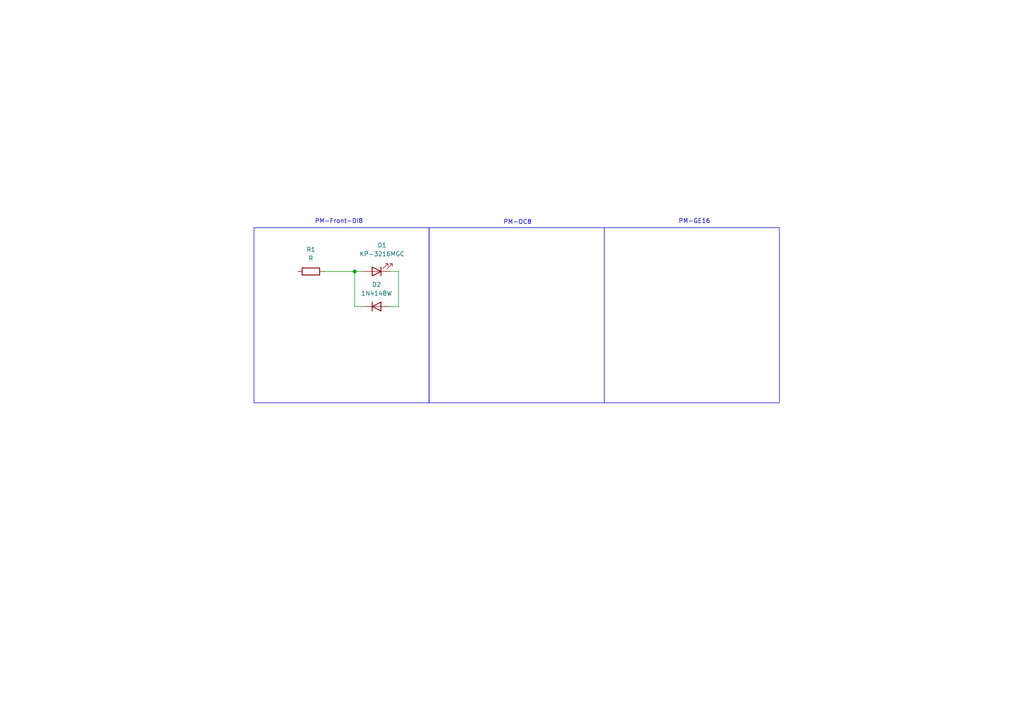
<source format=kicad_sch>
(kicad_sch (version 20231120) (generator "eeschema") (generator_version "8.0")
  (paper "A4")
  (title_block (title "Концепция"))
  (lib_symbols
    (symbol "Device:R" (pin_numbers hide) (pin_names (offset 0))
      (property "Reference" "R" (at 2.032 0 90))
      (property "Value" "R" (at 0 0 90))
      (symbol "R_0_1"
        (rectangle (start -1.016 -2.54) (end 1.016 2.54) (stroke (width 0.254)))
      )
      (symbol "R_1_1"
        (pin passive line (at 0 3.81 270) (length 1.27) (name "~") (number "1"))
        (pin passive line (at 0 -3.81 90) (length 1.27) (name "~") (number "2"))
      )
    )
    (symbol "NextPCB:D_1N4148W" (pin_numbers hide) (pin_names (offset 1.016) hide)
      (property "Reference" "D" (at 0 2.54 0))
      (property "Value" "1N4148W" (at 0 -2.54 0))
      (symbol "D_1N4148W_0_1"
        (polyline (pts (xy -1.27 1.27) (xy -1.27 -1.27)) (stroke (width 0.254)))
        (polyline (pts (xy 1.27 0) (xy -1.27 0)))
        (polyline (pts (xy 1.27 1.27) (xy 1.27 -1.27) (xy -1.27 0) (xy 1.27 1.27)) (stroke (width 0.254)))
      )
      (symbol "D_1N4148W_1_1"
        (pin passive line (at -3.81 0 0) (length 2.54) (name "K") (number "1"))
        (pin passive line (at 3.81 0 180) (length 2.54) (name "A") (number "2"))
      )
    )
    (symbol "NextPCB:LED_KP-3216MGC" (pin_numbers hide) (pin_names (offset 1.016) hide)
      (property "Reference" "D" (at 0 2.54 0))
      (property "Value" "KP-3216MGC" (at 0 -2.54 0))
      (symbol "LED_KP-3216MGC_0_1"
        (polyline (pts (xy -1.27 -1.27) (xy -1.27 1.27)) (stroke (width 0.254)))
        (polyline (pts (xy -1.27 0) (xy 1.27 0)))
        (polyline (pts (xy 1.27 -1.27) (xy 1.27 1.27) (xy -1.27 0) (xy 1.27 -1.27)) (stroke (width 0.254)))
        (polyline (pts (xy -3.048 -0.762) (xy -4.572 -2.286) (xy -3.81 -2.286) (xy -4.572 -2.286) (xy -4.572 -1.524)))
        (polyline (pts (xy -1.778 -0.762) (xy -3.302 -2.286) (xy -2.54 -2.286) (xy -3.302 -2.286) (xy -3.302 -1.524)))
      )
      (symbol "LED_KP-3216MGC_1_1"
        (pin passive line (at -3.81 0 0) (length 2.54) (name "K") (number "1"))
        (pin passive line (at 3.81 0 180) (length 2.54) (name "A") (number "2"))
      )
    )
  )
  (junction (at 102.87 78.74))
  (wire (pts (xy 115.57 88.9) (xy 115.57 78.74)))
  (wire (pts (xy 102.87 78.74) (xy 105.41 78.74)))
  (wire (pts (xy 113.03 88.9) (xy 115.57 88.9)))
  (wire (pts (xy 93.98 78.74) (xy 102.87 78.74)))
  (wire (pts (xy 102.87 88.9) (xy 102.87 78.74)))
  (wire (pts (xy 105.41 88.9) (xy 102.87 88.9)))
  (wire (pts (xy 113.03 78.74) (xy 115.57 78.74)))
  (rectangle (start 175.26 66.04) (end 226.06 116.84))
  (rectangle (start 73.66 66.04) (end 124.46 116.84))
  (rectangle (start 124.46 66.04) (end 175.26 116.84))
  (text "PM-GE16" (at 201.422 64.262 0) (effects (font (size 1.27 1.27))))
  (text "PM-Front-DI8" (at 98.298 64.262 0) (effects (font (size 1.27 1.27))))
  (text "PM-OC8" (at 150.114 64.516 0) (effects (font (size 1.27 1.27))))
  (symbol (lib_id "Device:R") (at 90.17 78.74 90) (unit 1) (in_bom no) (on_board no)
    (property "Reference" "R1" (at 90.17 72.39 90))
    (property "Value" "R" (at 90.17 74.93 90))
    (property "Description" "Resistor" (effects (hide yes)))
  )
  (symbol (lib_id "NextPCB:LED_KP-3216MGC") (at 109.22 78.74 180) (unit 1) (in_bom no) (on_board no)
    (property "Reference" "D1" (at 110.8075 71.12 0))
    (property "Value" "KP-3216MGC" (at 110.8075 73.66 0))
    (property "Footprint" "LED_SMD:LED_1206_3216Metric" (effects (hide yes)))
    (property "Description" "Light emitting diode" (effects (hide yes)))
    (property "MfrPart" "KP-3216MGC" (effects (hide yes)))
    (property "HQPart" "DS0189013" (effects (hide yes)))
    (property "Manufacturer" "Kingbright" (effects (hide yes)))
  )
  (symbol (lib_id "NextPCB:D_1N4148W") (at 109.22 88.9 0) (unit 1) (in_bom no) (on_board no)
    (property "Reference" "D2" (at 109.22 82.55 0))
    (property "Value" "1N4148W" (at 109.22 85.09 0))
    (property "Footprint" "Diode_SMD:D_SOD-123" (effects (hide yes)))
    (property "Description" "Diode" (effects (hide yes)))
    (property "Sim.Device" "D" (effects (hide yes)))
    (property "Sim.Pins" "1=K 2=A" (effects (hide yes)))
    (property "MfrPart" "1N4148W" (effects (hide yes)))
    (property "Manufacturer" "Jingdao" (effects (hide yes)))
    (property "HQPart" "DS0143597" (effects (hide yes)))
  )
)
</source>
